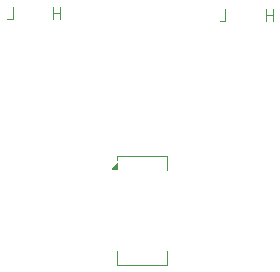
<source format=gbr>
%TF.GenerationSoftware,KiCad,Pcbnew,9.0.3*%
%TF.CreationDate,2025-08-16T18:10:03-03:00*%
%TF.ProjectId,CANBusTerminator,43414e42-7573-4546-9572-6d696e61746f,rev?*%
%TF.SameCoordinates,Original*%
%TF.FileFunction,Legend,Bot*%
%TF.FilePolarity,Positive*%
%FSLAX46Y46*%
G04 Gerber Fmt 4.6, Leading zero omitted, Abs format (unit mm)*
G04 Created by KiCad (PCBNEW 9.0.3) date 2025-08-16 18:10:03*
%MOMM*%
%LPD*%
G01*
G04 APERTURE LIST*
%ADD10C,0.100000*%
%ADD11C,0.120000*%
G04 APERTURE END LIST*
D10*
X187619925Y-78872419D02*
X188096115Y-78872419D01*
X188096115Y-78872419D02*
X188096115Y-77872419D01*
X174096115Y-78672419D02*
X174096115Y-77672419D01*
X174096115Y-78148609D02*
X173524687Y-78148609D01*
X173524687Y-78672419D02*
X173524687Y-77672419D01*
X169619925Y-78672419D02*
X170096115Y-78672419D01*
X170096115Y-78672419D02*
X170096115Y-77672419D01*
X192096115Y-78872419D02*
X192096115Y-77872419D01*
X192096115Y-78348609D02*
X191524687Y-78348609D01*
X191524687Y-78872419D02*
X191524687Y-77872419D01*
D11*
%TO.C,SW1*%
X178950000Y-90300000D02*
X183150000Y-90300000D01*
X178950000Y-90650000D02*
X178950000Y-90300000D01*
X178950000Y-98300000D02*
X178950000Y-99500000D01*
X178950000Y-99500000D02*
X183150000Y-99500000D01*
X183150000Y-90300000D02*
X183150000Y-91500000D01*
X183150000Y-99500000D02*
X183150000Y-98300000D01*
X178950000Y-91400000D02*
X178470000Y-91400000D01*
X178950000Y-90920000D01*
X178950000Y-91400000D01*
G36*
X178950000Y-91400000D02*
G01*
X178470000Y-91400000D01*
X178950000Y-90920000D01*
X178950000Y-91400000D01*
G37*
%TD*%
M02*

</source>
